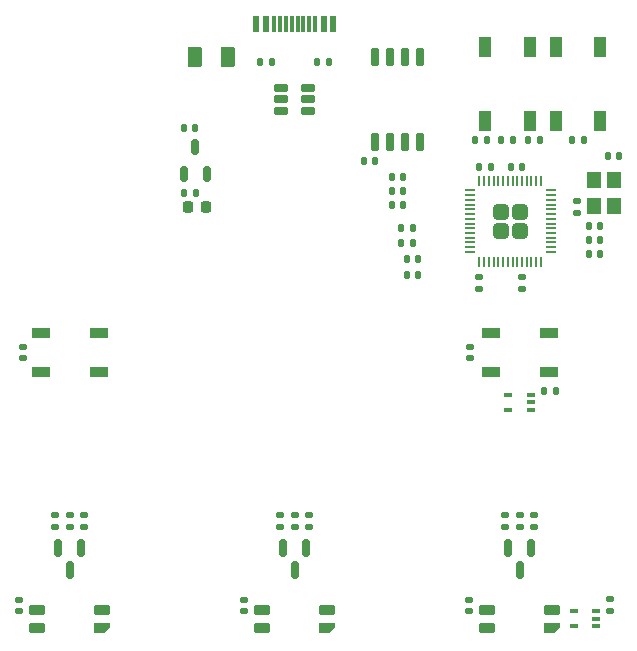
<source format=gbp>
G04 #@! TF.GenerationSoftware,KiCad,Pcbnew,7.0.9*
G04 #@! TF.CreationDate,2023-11-15T15:13:25+00:00*
G04 #@! TF.ProjectId,analog,616e616c-6f67-42e6-9b69-6361645f7063,1*
G04 #@! TF.SameCoordinates,Original*
G04 #@! TF.FileFunction,Paste,Bot*
G04 #@! TF.FilePolarity,Positive*
%FSLAX46Y46*%
G04 Gerber Fmt 4.6, Leading zero omitted, Abs format (unit mm)*
G04 Created by KiCad (PCBNEW 7.0.9) date 2023-11-15 15:13:25*
%MOMM*%
%LPD*%
G01*
G04 APERTURE LIST*
G04 Aperture macros list*
%AMRoundRect*
0 Rectangle with rounded corners*
0 $1 Rounding radius*
0 $2 $3 $4 $5 $6 $7 $8 $9 X,Y pos of 4 corners*
0 Add a 4 corners polygon primitive as box body*
4,1,4,$2,$3,$4,$5,$6,$7,$8,$9,$2,$3,0*
0 Add four circle primitives for the rounded corners*
1,1,$1+$1,$2,$3*
1,1,$1+$1,$4,$5*
1,1,$1+$1,$6,$7*
1,1,$1+$1,$8,$9*
0 Add four rect primitives between the rounded corners*
20,1,$1+$1,$2,$3,$4,$5,0*
20,1,$1+$1,$4,$5,$6,$7,0*
20,1,$1+$1,$6,$7,$8,$9,0*
20,1,$1+$1,$8,$9,$2,$3,0*%
%AMFreePoly0*
4,1,18,-0.410000,0.593000,-0.403758,0.624380,-0.385983,0.650983,-0.359380,0.668758,-0.328000,0.675000,0.328000,0.675000,0.359380,0.668758,0.385983,0.650983,0.403758,0.624380,0.410000,0.593000,0.410000,-0.593000,0.403758,-0.624380,0.385983,-0.650983,0.359380,-0.668758,0.328000,-0.675000,0.000000,-0.675000,-0.410000,-0.265000,-0.410000,0.593000,-0.410000,0.593000,$1*%
G04 Aperture macros list end*
%ADD10RoundRect,0.150000X0.150000X-0.587500X0.150000X0.587500X-0.150000X0.587500X-0.150000X-0.587500X0*%
%ADD11RoundRect,0.150000X-0.150000X0.650000X-0.150000X-0.650000X0.150000X-0.650000X0.150000X0.650000X0*%
%ADD12RoundRect,0.140000X0.170000X-0.140000X0.170000X0.140000X-0.170000X0.140000X-0.170000X-0.140000X0*%
%ADD13RoundRect,0.250000X-0.375000X-0.625000X0.375000X-0.625000X0.375000X0.625000X-0.375000X0.625000X0*%
%ADD14RoundRect,0.140000X-0.170000X0.140000X-0.170000X-0.140000X0.170000X-0.140000X0.170000X0.140000X0*%
%ADD15RoundRect,0.135000X-0.135000X-0.185000X0.135000X-0.185000X0.135000X0.185000X-0.135000X0.185000X0*%
%ADD16RoundRect,0.140000X0.140000X0.170000X-0.140000X0.170000X-0.140000X-0.170000X0.140000X-0.170000X0*%
%ADD17R,1.500000X0.900000*%
%ADD18RoundRect,0.225000X-0.225000X-0.250000X0.225000X-0.250000X0.225000X0.250000X-0.225000X0.250000X0*%
%ADD19RoundRect,0.135000X0.135000X0.185000X-0.135000X0.185000X-0.135000X-0.185000X0.135000X-0.185000X0*%
%ADD20R,1.200000X1.400000*%
%ADD21R,0.650000X0.400000*%
%ADD22RoundRect,0.150000X0.150000X-0.512500X0.150000X0.512500X-0.150000X0.512500X-0.150000X-0.512500X0*%
%ADD23RoundRect,0.135000X0.185000X-0.135000X0.185000X0.135000X-0.185000X0.135000X-0.185000X-0.135000X0*%
%ADD24RoundRect,0.150000X0.475000X0.150000X-0.475000X0.150000X-0.475000X-0.150000X0.475000X-0.150000X0*%
%ADD25R,1.000000X1.700000*%
%ADD26RoundRect,0.140000X-0.140000X-0.170000X0.140000X-0.170000X0.140000X0.170000X-0.140000X0.170000X0*%
%ADD27RoundRect,0.082000X0.593000X-0.328000X0.593000X0.328000X-0.593000X0.328000X-0.593000X-0.328000X0*%
%ADD28FreePoly0,90.000000*%
%ADD29R,0.600000X1.450000*%
%ADD30R,0.300000X1.450000*%
%ADD31RoundRect,0.135000X-0.185000X0.135000X-0.185000X-0.135000X0.185000X-0.135000X0.185000X0.135000X0*%
%ADD32RoundRect,0.249999X-0.395001X0.395001X-0.395001X-0.395001X0.395001X-0.395001X0.395001X0.395001X0*%
%ADD33RoundRect,0.050000X-0.050000X0.387500X-0.050000X-0.387500X0.050000X-0.387500X0.050000X0.387500X0*%
%ADD34RoundRect,0.050000X-0.387500X0.050000X-0.387500X-0.050000X0.387500X-0.050000X0.387500X0.050000X0*%
G04 APERTURE END LIST*
D10*
X68900000Y-67325000D03*
X70800000Y-67325000D03*
X69850000Y-69200000D03*
X49850000Y-67325000D03*
X51750000Y-67325000D03*
X50800000Y-69200000D03*
X30799984Y-67325000D03*
X32699984Y-67325000D03*
X31749984Y-69200000D03*
D11*
X57626250Y-25768750D03*
X58896250Y-25768750D03*
X60166250Y-25768750D03*
X61436250Y-25768750D03*
X61436250Y-32968750D03*
X60166250Y-32968750D03*
X58896250Y-32968750D03*
X57626250Y-32968750D03*
D12*
X49579995Y-65567500D03*
X49579995Y-64607500D03*
D13*
X42400000Y-25800000D03*
X45200000Y-25800000D03*
D14*
X46505346Y-71773806D03*
X46505346Y-72733806D03*
D15*
X66049358Y-32800000D03*
X67069358Y-32800000D03*
D16*
X61285000Y-42862500D03*
X60325000Y-42862500D03*
D17*
X29300000Y-52450000D03*
X29300000Y-49150000D03*
X34200000Y-49150000D03*
X34200000Y-52450000D03*
D14*
X70056250Y-44450000D03*
X70056250Y-45410000D03*
D16*
X61285000Y-44251557D03*
X60325000Y-44251557D03*
D18*
X41768750Y-38493750D03*
X43318750Y-38493750D03*
D16*
X76670543Y-40084366D03*
X75710543Y-40084366D03*
X70056250Y-35061382D03*
X69096250Y-35061382D03*
D15*
X74290000Y-32800000D03*
X75310000Y-32800000D03*
D19*
X48928750Y-26193750D03*
X47908750Y-26193750D03*
D20*
X76143750Y-38406250D03*
X76143750Y-36206250D03*
X77843750Y-36206250D03*
X77843750Y-38406250D03*
D21*
X70800000Y-54367102D03*
X70800000Y-55017102D03*
X70800000Y-55667102D03*
X68900000Y-55667102D03*
X68900000Y-54367102D03*
D14*
X65682825Y-50320000D03*
X65682825Y-51280000D03*
D16*
X60011250Y-38298427D03*
X59051250Y-38298427D03*
D22*
X43350000Y-35662500D03*
X41450000Y-35662500D03*
X42400000Y-33387500D03*
D12*
X69850000Y-65567500D03*
X69850000Y-64607500D03*
D23*
X71070005Y-65597500D03*
X71070005Y-64577500D03*
D24*
X51975000Y-28418750D03*
X51975000Y-29368750D03*
X51975000Y-30318750D03*
X49625000Y-30318750D03*
X49625000Y-29368750D03*
X49625000Y-28418750D03*
D23*
X77540316Y-72692500D03*
X77540316Y-71672500D03*
D16*
X57632335Y-34593750D03*
X56672335Y-34593750D03*
D12*
X50800000Y-65567500D03*
X50800000Y-64607500D03*
D16*
X60011250Y-37107801D03*
X59051250Y-37107801D03*
X60011250Y-35917175D03*
X59051250Y-35917175D03*
D14*
X66456250Y-44450000D03*
X66456250Y-45410000D03*
D25*
X70700000Y-31200000D03*
X70700000Y-24900000D03*
X66900000Y-31200000D03*
X66900000Y-24900000D03*
D15*
X59815000Y-40277929D03*
X60835000Y-40277929D03*
D14*
X65555346Y-71773806D03*
X65555346Y-72733806D03*
D16*
X42402768Y-31800000D03*
X41442768Y-31800000D03*
D19*
X69310000Y-32800000D03*
X68290000Y-32800000D03*
X71550642Y-32800000D03*
X70530642Y-32800000D03*
D25*
X72900000Y-24900000D03*
X72900000Y-31200000D03*
X76700000Y-24900000D03*
X76700000Y-31200000D03*
D21*
X76356250Y-72692500D03*
X76356250Y-73342500D03*
X76356250Y-73992500D03*
X74456250Y-73992500D03*
X74456250Y-72692500D03*
D26*
X66456250Y-35061382D03*
X67416250Y-35061382D03*
X77307500Y-34131250D03*
X78267500Y-34131250D03*
D27*
X67125000Y-72592500D03*
X67125000Y-74092500D03*
X72575000Y-72592500D03*
D28*
X72575000Y-74092500D03*
D12*
X68629995Y-65567500D03*
X68629995Y-64607500D03*
D15*
X52671250Y-26193750D03*
X53691250Y-26193750D03*
D29*
X47550000Y-23020000D03*
X48350000Y-23020000D03*
D30*
X49550000Y-23020000D03*
X50550000Y-23020000D03*
X51050000Y-23020000D03*
X52050000Y-23020000D03*
D29*
X53250000Y-23020000D03*
X54050000Y-23020000D03*
X54050000Y-23020000D03*
X53250000Y-23020000D03*
D30*
X52550000Y-23020000D03*
X51550000Y-23020000D03*
X50050000Y-23020000D03*
X49050000Y-23020000D03*
D29*
X48350000Y-23020000D03*
X47550000Y-23020000D03*
D31*
X74737261Y-37957920D03*
X74737261Y-38977920D03*
D26*
X75710543Y-41274992D03*
X76670543Y-41274992D03*
X75710543Y-42490618D03*
X76670543Y-42490618D03*
D32*
X69856250Y-38887500D03*
X68256250Y-38887500D03*
X69856250Y-40487500D03*
X68256250Y-40487500D03*
D33*
X66456250Y-36250000D03*
X66856250Y-36250000D03*
X67256250Y-36250000D03*
X67656250Y-36250000D03*
X68056250Y-36250000D03*
X68456250Y-36250000D03*
X68856250Y-36250000D03*
X69256250Y-36250000D03*
X69656250Y-36250000D03*
X70056250Y-36250000D03*
X70456250Y-36250000D03*
X70856250Y-36250000D03*
X71256250Y-36250000D03*
X71656250Y-36250000D03*
D34*
X72493750Y-37087500D03*
X72493750Y-37487500D03*
X72493750Y-37887500D03*
X72493750Y-38287500D03*
X72493750Y-38687500D03*
X72493750Y-39087500D03*
X72493750Y-39487500D03*
X72493750Y-39887500D03*
X72493750Y-40287500D03*
X72493750Y-40687500D03*
X72493750Y-41087500D03*
X72493750Y-41487500D03*
X72493750Y-41887500D03*
X72493750Y-42287500D03*
D33*
X71656250Y-43125000D03*
X71256250Y-43125000D03*
X70856250Y-43125000D03*
X70456250Y-43125000D03*
X70056250Y-43125000D03*
X69656250Y-43125000D03*
X69256250Y-43125000D03*
X68856250Y-43125000D03*
X68456250Y-43125000D03*
X68056250Y-43125000D03*
X67656250Y-43125000D03*
X67256250Y-43125000D03*
X66856250Y-43125000D03*
X66456250Y-43125000D03*
D34*
X65618750Y-42287500D03*
X65618750Y-41887500D03*
X65618750Y-41487500D03*
X65618750Y-41087500D03*
X65618750Y-40687500D03*
X65618750Y-40287500D03*
X65618750Y-39887500D03*
X65618750Y-39487500D03*
X65618750Y-39087500D03*
X65618750Y-38687500D03*
X65618750Y-38287500D03*
X65618750Y-37887500D03*
X65618750Y-37487500D03*
X65618750Y-37087500D03*
D14*
X27780361Y-50320000D03*
X27780361Y-51280000D03*
D15*
X59815000Y-41503222D03*
X60835000Y-41503222D03*
D27*
X29025000Y-72592500D03*
X29025000Y-74092500D03*
X34475000Y-72592500D03*
D28*
X34475000Y-74092500D03*
D23*
X52020005Y-65597500D03*
X52020005Y-64577500D03*
D14*
X27455346Y-71773806D03*
X27455346Y-72733806D03*
D15*
X71910483Y-54099332D03*
X72930483Y-54099332D03*
D17*
X67400000Y-52450000D03*
X67400000Y-49150000D03*
X72300000Y-49150000D03*
X72300000Y-52450000D03*
D27*
X48075000Y-72592500D03*
X48075000Y-74092500D03*
X53525000Y-72592500D03*
D28*
X53525000Y-74092500D03*
D12*
X30529995Y-65567500D03*
X30529995Y-64607500D03*
D23*
X32970005Y-65597500D03*
X32970005Y-64577500D03*
D26*
X41452008Y-37267151D03*
X42412008Y-37267151D03*
D12*
X31750000Y-65567500D03*
X31750000Y-64607500D03*
M02*

</source>
